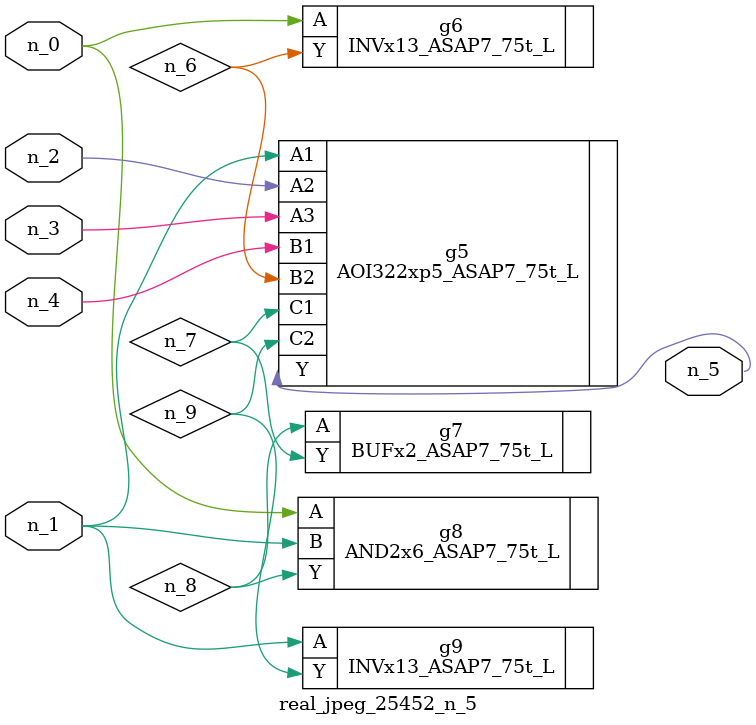
<source format=v>
module real_jpeg_25452_n_5 (n_4, n_0, n_1, n_2, n_3, n_5);

input n_4;
input n_0;
input n_1;
input n_2;
input n_3;

output n_5;

wire n_8;
wire n_6;
wire n_7;
wire n_9;

INVx13_ASAP7_75t_L g6 ( 
.A(n_0),
.Y(n_6)
);

AND2x6_ASAP7_75t_L g8 ( 
.A(n_0),
.B(n_1),
.Y(n_8)
);

AOI322xp5_ASAP7_75t_L g5 ( 
.A1(n_1),
.A2(n_2),
.A3(n_3),
.B1(n_4),
.B2(n_6),
.C1(n_7),
.C2(n_9),
.Y(n_5)
);

INVx13_ASAP7_75t_L g9 ( 
.A(n_1),
.Y(n_9)
);

BUFx2_ASAP7_75t_L g7 ( 
.A(n_8),
.Y(n_7)
);


endmodule
</source>
